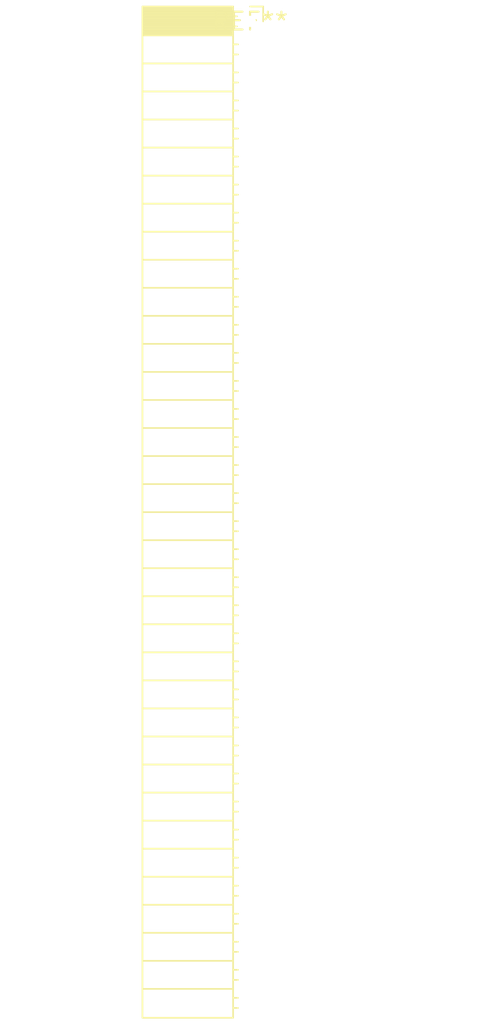
<source format=kicad_pcb>
(kicad_pcb (version 20240108) (generator pcbnew)
  (layers (0 "F.Cu" signal) (31 "B.Cu" signal) (34 "B.Paste" user) (35 "F.Paste" user) (36 "B.SilkS" user "B.Silkscreen") (37 "F.SilkS" user "F.Silkscreen") (38 "B.Mask" user) (39 "F.Mask" user) (44 "Edge.Cuts" user))
  (net 0 "")
  (footprint "PinSocket_1x36_P2.00mm_Horizontal" (layer "F.Cu") (at 0 0)
    (property "Reference" "REF**")
    (property "Value" "PinSocket_1x36_P2.00mm_Horizontal")
    (fp_line (start -7.68 -1.06) (end -7.68 71.06) (layer "F.SilkS") (stroke (width 0.12)))
    (fp_line (start -7.68 -1.06) (end -1.21 -1.06) (layer "F.SilkS") (stroke (width 0.12)))
    (fp_line (start -7.68 -0.94) (end -1.21 -0.94) (layer "F.SilkS") (stroke (width 0.12)))
    (fp_line (start -7.68 -0.825882) (end -1.21 -0.825882) (layer "F.SilkS") (stroke (width 0.12)))
    (fp_line (start -7.68 -0.711764) (end -1.21 -0.711764) (layer "F.SilkS") (stroke (width 0.12)))
    (fp_line (start -7.68 -0.597646) (end -1.21 -0.597646) (layer "F.SilkS") (stroke (width 0.12)))
    (fp_line (start -7.68 -0.483528) (end -1.21 -0.483528) (layer "F.SilkS") (stroke (width 0.12)))
    (fp_line (start -7.68 -0.36941) (end -1.21 -0.36941) (layer "F.SilkS") (stroke (width 0.12)))
    (fp_line (start -7.68 -0.255292) (end -1.21 -0.255292) (layer "F.SilkS") (stroke (width 0.12)))
    (fp_line (start -7.68 -0.141174) (end -1.21 -0.141174) (layer "F.SilkS") (stroke (width 0.12)))
    (fp_line (start -7.68 -0.027056) (end -1.21 -0.027056) (layer "F.SilkS") (stroke (width 0.12)))
    (fp_line (start -7.68 0.087062) (end -1.21 0.087062) (layer "F.SilkS") (stroke (width 0.12)))
    (fp_line (start -7.68 0.20118) (end -1.21 0.20118) (layer "F.SilkS") (stroke (width 0.12)))
    (fp_line (start -7.68 0.315298) (end -1.21 0.315298) (layer "F.SilkS") (stroke (width 0.12)))
    (fp_line (start -7.68 0.429416) (end -1.21 0.429416) (layer "F.SilkS") (stroke (width 0.12)))
    (fp_line (start -7.68 0.543534) (end -1.21 0.543534) (layer "F.SilkS") (stroke (width 0.12)))
    (fp_line (start -7.68 0.657652) (end -1.21 0.657652) (layer "F.SilkS") (stroke (width 0.12)))
    (fp_line (start -7.68 0.77177) (end -1.21 0.77177) (layer "F.SilkS") (stroke (width 0.12)))
    (fp_line (start -7.68 0.885888) (end -1.21 0.885888) (layer "F.SilkS") (stroke (width 0.12)))
    (fp_line (start -7.68 1) (end -1.21 1) (layer "F.SilkS") (stroke (width 0.12)))
    (fp_line (start -7.68 3) (end -1.21 3) (layer "F.SilkS") (stroke (width 0.12)))
    (fp_line (start -7.68 5) (end -1.21 5) (layer "F.SilkS") (stroke (width 0.12)))
    (fp_line (start -7.68 7) (end -1.21 7) (layer "F.SilkS") (stroke (width 0.12)))
    (fp_line (start -7.68 9) (end -1.21 9) (layer "F.SilkS") (stroke (width 0.12)))
    (fp_line (start -7.68 11) (end -1.21 11) (layer "F.SilkS") (stroke (width 0.12)))
    (fp_line (start -7.68 13) (end -1.21 13) (layer "F.SilkS") (stroke (width 0.12)))
    (fp_line (start -7.68 15) (end -1.21 15) (layer "F.SilkS") (stroke (width 0.12)))
    (fp_line (start -7.68 17) (end -1.21 17) (layer "F.SilkS") (stroke (width 0.12)))
    (fp_line (start -7.68 19) (end -1.21 19) (layer "F.SilkS") (stroke (width 0.12)))
    (fp_line (start -7.68 21) (end -1.21 21) (layer "F.SilkS") (stroke (width 0.12)))
    (fp_line (start -7.68 23) (end -1.21 23) (layer "F.SilkS") (stroke (width 0.12)))
    (fp_line (start -7.68 25) (end -1.21 25) (layer "F.SilkS") (stroke (width 0.12)))
    (fp_line (start -7.68 27) (end -1.21 27) (layer "F.SilkS") (stroke (width 0.12)))
    (fp_line (start -7.68 29) (end -1.21 29) (layer "F.SilkS") (stroke (width 0.12)))
    (fp_line (start -7.68 31) (end -1.21 31) (layer "F.SilkS") (stroke (width 0.12)))
    (fp_line (start -7.68 33) (end -1.21 33) (layer "F.SilkS") (stroke (width 0.12)))
    (fp_line (start -7.68 35) (end -1.21 35) (layer "F.SilkS") (stroke (width 0.12)))
    (fp_line (start -7.68 37) (end -1.21 37) (layer "F.SilkS") (stroke (width 0.12)))
    (fp_line (start -7.68 39) (end -1.21 39) (layer "F.SilkS") (stroke (width 0.12)))
    (fp_line (start -7.68 41) (end -1.21 41) (layer "F.SilkS") (stroke (width 0.12)))
    (fp_line (start -7.68 43) (end -1.21 43) (layer "F.SilkS") (stroke (width 0.12)))
    (fp_line (start -7.68 45) (end -1.21 45) (layer "F.SilkS") (stroke (width 0.12)))
    (fp_line (start -7.68 47) (end -1.21 47) (layer "F.SilkS") (stroke (width 0.12)))
    (fp_line (start -7.68 49) (end -1.21 49) (layer "F.SilkS") (stroke (width 0.12)))
    (fp_line (start -7.68 51) (end -1.21 51) (layer "F.SilkS") (stroke (width 0.12)))
    (fp_line (start -7.68 53) (end -1.21 53) (layer "F.SilkS") (stroke (width 0.12)))
    (fp_line (start -7.68 55) (end -1.21 55) (layer "F.SilkS") (stroke (width 0.12)))
    (fp_line (start -7.68 57) (end -1.21 57) (layer "F.SilkS") (stroke (width 0.12)))
    (fp_line (start -7.68 59) (end -1.21 59) (layer "F.SilkS") (stroke (width 0.12)))
    (fp_line (start -7.68 61) (end -1.21 61) (layer "F.SilkS") (stroke (width 0.12)))
    (fp_line (start -7.68 63) (end -1.21 63) (layer "F.SilkS") (stroke (width 0.12)))
    (fp_line (start -7.68 65) (end -1.21 65) (layer "F.SilkS") (stroke (width 0.12)))
    (fp_line (start -7.68 67) (end -1.21 67) (layer "F.SilkS") (stroke (width 0.12)))
    (fp_line (start -7.68 69) (end -1.21 69) (layer "F.SilkS") (stroke (width 0.12)))
    (fp_line (start -7.68 71.06) (end -1.21 71.06) (layer "F.SilkS") (stroke (width 0.12)))
    (fp_line (start -1.21 -1.06) (end -1.21 71.06) (layer "F.SilkS") (stroke (width 0.12)))
    (fp_line (start -1.21 -0.36) (end -0.935 -0.36) (layer "F.SilkS") (stroke (width 0.12)))
    (fp_line (start -1.21 0.36) (end -0.935 0.36) (layer "F.SilkS") (stroke (width 0.12)))
    (fp_line (start -1.21 1.64) (end -0.862917 1.64) (layer "F.SilkS") (stroke (width 0.12)))
    (fp_line (start -1.21 2.36) (end -0.862917 2.36) (layer "F.SilkS") (stroke (width 0.12)))
    (fp_line (start -1.21 3.64) (end -0.862917 3.64) (layer "F.SilkS") (stroke (width 0.12)))
    (fp_line (start -1.21 4.36) (end -0.862917 4.36) (layer "F.SilkS") (stroke (width 0.12)))
    (fp_line (start -1.21 5.64) (end -0.862917 5.64) (layer "F.SilkS") (stroke (width 0.12)))
    (fp_line (start -1.21 6.36) (end -0.862917 6.36) (layer "F.SilkS") (stroke (width 0.12)))
    (fp_line (start -1.21 7.64) (end -0.862917 7.64) (layer "F.SilkS") (stroke (width 0.12)))
    (fp_line (start -1.21 8.36) (end -0.862917 8.36) (layer "F.SilkS") (stroke (width 0.12)))
    (fp_line (start -1.21 9.64) (end -0.862917 9.64) (layer "F.SilkS") (stroke (width 0.12)))
    (fp_line (start -1.21 10.36) (end -0.862917 10.36) (layer "F.SilkS") (stroke (width 0.12)))
    (fp_line (start -1.21 11.64) (end -0.862917 11.64) (layer "F.SilkS") (stroke (width 0.12)))
    (fp_line (start -1.21 12.36) (end -0.862917 12.36) (layer "F.SilkS") (stroke (width 0.12)))
    (fp_line (start -1.21 13.64) (end -0.862917 13.64) (layer "F.SilkS") (stroke (width 0.12)))
    (fp_line (start -1.21 14.36) (end -0.862917 14.36) (layer "F.SilkS") (stroke (width 0.12)))
    (fp_line (start -1.21 15.64) (end -0.862917 15.64) (layer "F.SilkS") (stroke (width 0.12)))
    (fp_line (start -1.21 16.36) (end -0.862917 16.36) (layer "F.SilkS") (stroke (width 0.12)))
    (fp_line (start -1.21 17.64) (end -0.862917 17.64) (layer "F.SilkS") (stroke (width 0.12)))
    (fp_line (start -1.21 18.36) (end -0.862917 18.36) (layer "F.SilkS") (stroke (width 0.12)))
    (fp_line (start -1.21 19.64) (end -0.862917 19.64) (layer "F.SilkS") (stroke (width 0.12)))
    (fp_line (start -1.21 20.36) (end -0.862917 20.36) (layer "F.SilkS") (stroke (width 0.12)))
    (fp_line (start -1.21 21.64) (end -0.862917 21.64) (layer "F.SilkS") (stroke (width 0.12)))
    (fp_line (start -1.21 22.36) (end -0.862917 22.36) (layer "F.SilkS") (stroke (width 0.12)))
    (fp_line (start -1.21 23.64) (end -0.862917 23.64) (layer "F.SilkS") (stroke (width 0.12)))
    (fp_line (start -1.21 24.36) (end -0.862917 24.36) (layer "F.SilkS") (stroke (width 0.12)))
    (fp_line (start -1.21 25.64) (end -0.862917 25.64) (layer "F.SilkS") (stroke (width 0.12)))
    (fp_line (start -1.21 26.36) (end -0.862917 26.36) (layer "F.SilkS") (stroke (width 0.12)))
    (fp_line (start -1.21 27.64) (end -0.862917 27.64) (layer "F.SilkS") (stroke (width 0.12)))
    (fp_line (start -1.21 28.36) (end -0.862917 28.36) (layer "F.SilkS") (stroke (width 0.12)))
    (fp_line (start -1.21 29.64) (end -0.862917 29.64) (layer "F.SilkS") (stroke (width 0.12)))
    (fp_line (start -1.21 30.36) (end -0.862917 30.36) (layer "F.SilkS") (stroke (width 0.12)))
    (fp_line (start -1.21 31.64) (end -0.862917 31.64) (layer "F.SilkS") (stroke (width 0.12)))
    (fp_line (start -1.21 32.36) (end -0.862917 32.36) (layer "F.SilkS") (stroke (width 0.12)))
    (fp_line (start -1.21 33.64) (end -0.862917 33.64) (layer "F.SilkS") (stroke (width 0.12)))
    (fp_line (start -1.21 34.36) (end -0.862917 34.36) (layer "F.SilkS") (stroke (width 0.12)))
    (fp_line (start -1.21 35.64) (end -0.862917 35.64) (layer "F.SilkS") (stroke (width 0.12)))
    (fp_line (start -1.21 36.36) (end -0.862917 36.36) (layer "F.SilkS") (stroke (width 0.12)))
    (fp_line (start -1.21 37.64) (end -0.862917 37.64) (layer "F.SilkS") (stroke (width 0.12)))
    (fp_line (start -1.21 38.36) (end -0.862917 38.36) (layer "F.SilkS") (stroke (width 0.12)))
    (fp_line (start -1.21 39.64) (end -0.862917 39.64) (layer "F.SilkS") (stroke (width 0.12)))
    (fp_line (start -1.21 40.36) (end -0.862917 40.36) (layer "F.SilkS") (stroke (width 0.12)))
    (fp_line (start -1.21 41.64) (end -0.862917 41.64) (layer "F.SilkS") (stroke (width 0.12)))
    (fp_line (start -1.21 42.36) (end -0.862917 42.36) (layer "F.SilkS") (stroke (width 0.12)))
    (fp_line (start -1.21 43.64) (end -0.862917 43.64) (layer "F.SilkS") (stroke (width 0.12)))
    (fp_line (start -1.21 44.36) (end -0.862917 44.36) (layer "F.SilkS") (stroke (width 0.12)))
    (fp_line (start -1.21 45.64) (end -0.862917 45.64) (layer "F.SilkS") (stroke (width 0.12)))
    (fp_line (start -1.21 46.36) (end -0.862917 46.36) (layer "F.SilkS") (stroke (width 0.12)))
    (fp_line (start -1.21 47.64) (end -0.862917 47.64) (layer "F.SilkS") (stroke (width 0.12)))
    (fp_line (start -1.21 48.36) (end -0.862917 48.36) (layer "F.SilkS") (stroke (width 0.12)))
    (fp_line (start -1.21 49.64) (end -0.862917 49.64) (layer "F.SilkS") (stroke (width 0.12)))
    (fp_line (start -1.21 50.36) (end -0.862917 50.36) (layer "F.SilkS") (stroke (width 0.12)))
    (fp_line (start -1.21 51.64) (end -0.862917 51.64) (layer "F.SilkS") (stroke (width 0.12)))
    (fp_line (start -1.21 52.36) (end -0.862917 52.36) (layer "F.SilkS") (stroke (width 0.12)))
    (fp_line (start -1.21 53.64) (end -0.862917 53.64) (layer "F.SilkS") (stroke (width 0.12)))
    (fp_line (start -1.21 54.36) (end -0.862917 54.36) (layer "F.SilkS") (stroke (width 0.12)))
    (fp_line (start -1.21 55.64) (end -0.862917 55.64) (layer "F.SilkS") (stroke (width 0.12)))
    (fp_line (start -1.21 56.36) (end -0.862917 56.36) (layer "F.SilkS") (stroke (width 0.12)))
    (fp_line (start -1.21 57.64) (end -0.862917 57.64) (layer "F.SilkS") (stroke (width 0.12)))
    (fp_line (start -1.21 58.36) (end -0.862917 58.36) (layer "F.SilkS") (stroke (width 0.12)))
    (fp_line (start -1.21 59.64) (end -0.862917 59.64) (layer "F.SilkS") (stroke (width 0.12)))
    (fp_line (start -1.21 60.36) (end -0.862917 60.36) (layer "F.SilkS") (stroke (width 0.12)))
    (fp_line (start -1.21 61.64) (end -0.862917 61.64) (layer "F.SilkS") (stroke (width 0.12)))
    (fp_line (start -1.21 62.36) (end -0.862917 62.36) (layer "F.SilkS") (stroke (width 0.12)))
    (fp_line (start -1.21 63.64) (end -0.862917 63.64) (layer "F.SilkS") (stroke (width 0.12)))
    (fp_line (start -1.21 64.36) (end -0.862917 64.36) (layer "F.SilkS") (stroke (width 0.12)))
    (fp_line (start -1.21 65.64) (end -0.862917 65.64) (layer "F.SilkS") (stroke (width 0.12)))
    (fp_line (start -1.21 66.36) (end -0.862917 66.36) (layer "F.SilkS") (stroke (width 0.12)))
    (fp_line (start -1.21 67.64) (end -0.862917 67.64) (layer "F.SilkS") (stroke (width 0.12)))
    (fp_line (start -1.21 68.36) (end -0.862917 68.36) (layer "F.SilkS") (stroke (width 0.12)))
    (fp_line (start -1.21 69.64) (end -0.862917 69.64) (layer "F.SilkS") (stroke (width 0.12)))
    (fp_line (start -1.21 70.36) (end -0.862917 70.36) (layer "F.SilkS") (stroke (width 0.12)))
    (fp_line (start 0 -1.06) (end 0.935 -1.06) (layer "F.SilkS") (stroke (width 0.12)))
    (fp_line (start 0.935 -1.06) (end 0.935 0) (layer "F.SilkS") (stroke (width 0.12)))
    (pad "1" thru_hole rect (at 0 0) (size 1.35 1.35) (drill 0.8) (layers *.Cu *.Mask) (remove_unused_layers))
    (pad "2" thru_hole oval (at 0 2) (size 1.35 1.35) (drill 0.8) (layers *.Cu *.Mask) (remove_unused_layers))
    (pad "3" thru_hole oval (at 0 4) (size 1.35 1.35) (drill 0.8) (layers *.Cu *.Mask) (remove_unused_layers))
    (pad "4" thru_hole oval (at 0 6) (size 1.35 1.35) (drill 0.8) (layers *.Cu *.Mask) (remove_unused_layers))
    (pad "5" thru_hole oval (at 0 8) (size 1.35 1.35) (drill 0.8) (layers *.Cu *.Mask) (remove_unused_layers))
    (pad "6" thru_hole oval (at 0 10) (size 1.35 1.35) (drill 0.8) (layers *.Cu *.Mask) (remove_unused_layers))
    (pad "7" thru_hole oval (at 0 12) (size 1.35 1.35) (drill 0.8) (layers *.Cu *.Mask) (remove_unused_layers))
    (pad "8" thru_hole oval (at 0 14) (size 1.35 1.35) (drill 0.8) (layers *.Cu *.Mask) (remove_unused_layers))
    (pad "9" thru_hole oval (at 0 16) (size 1.35 1.35) (drill 0.8) (layers *.Cu *.Mask) (remove_unused_layers))
    (pad "10" thru_hole oval (at 0 18) (size 1.35 1.35) (drill 0.8) (layers *.Cu *.Mask) (remove_unused_layers))
    (pad "11" thru_hole oval (at 0 20) (size 1.35 1.35) (drill 0.8) (layers *.Cu *.Mask) (remove_unused_layers))
    (pad "12" thru_hole oval (at 0 22) (size 1.35 1.35) (drill 0.8) (layers *.Cu *.Mask) (remove_unused_layers))
    (pad "13" thru_hole oval (at 0 24) (size 1.35 1.35) (drill 0.8) (layers *.Cu *.Mask) (remove_unused_layers))
    (pad "14" thru_hole oval (at 0 26) (size 1.35 1.35) (drill 0.8) (layers *.Cu *.Mask) (remove_unused_layers))
    (pad "15" thru_hole oval (at 0 28) (size 1.35 1.35) (drill 0.8) (layers *.Cu *.Mask) (remove_unused_layers))
    (pad "16" thru_hole oval (at 0 30) (size 1.35 1.35) (drill 0.8) (layers *.Cu *.Mask) (remove_unused_layers))
    (pad "17" thru_hole oval (at 0 32) (size 1.35 1.35) (drill 0.8) (layers *.Cu *.Mask) (remove_unused_layers))
    (pad "18" thru_hole oval (at 0 34) (size 1.35 1.35) (drill 0.8) (layers *.Cu *.Mask) (remove_unused_layers))
    (pad "19" thru_hole oval (at 0 36) (size 1.35 1.35) (drill 0.8) (layers *.Cu *.Mask) (remove_unused_layers))
    (pad "20" thru_hole oval (at 0 38) (size 1.35 1.35) (drill 0.8) (layers *.Cu *.Mask) (remove_unused_layers))
    (pad "21" thru_hole oval (at 0 40) (size 1.35 1.35) (drill 0.8) (layers *.Cu *.Mask) (remove_unused_layers))
    (pad "22" thru_hole oval (at 0 42) (size 1.35 1.35) (drill 0.8) (layers *.Cu *.Mask) (remove_unused_layers))
    (pad "23" thru_hole oval (at 0 44) (size 1.35 1.35) (drill 0.8) (layers *.Cu *.Mask) (remove_unused_layers))
    (pad "24" thru_hole oval (at 0 46) (size 1.35 1.35) (drill 0.8) (layers *.Cu *.Mask) (remove_unused_layers))
    (pad "25" thru_hole oval (at 0 48) (size 1.35 1.35) (drill 0.8) (layers *.Cu *.Mask) (remove_unused_layers))
    (pad "26" thru_hole oval (at 0 50) (size 1.35 1.35) (drill 0.8) (layers *.Cu *.Mask) (remove_unused_layers))
    (pad "27" thru_hole oval (at 0 52) (size 1.35 1.35) (drill 0.8) (layers *.Cu *.Mask) (remove_unused_layers))
    (pad "28" thru_hole oval (at 0 54) (size 1.35 1.35) (drill 0.8) (layers *.Cu *.Mask) (remove_unused_layers))
    (pad "29" thru_hole oval (at 0 56) (size 1.35 1.35) (drill 0.8) (layers *.Cu *.Mask) (remove_unused_layers))
    (pad "30" thru_hole oval (at 0 58) (size 1.35 1.35) (drill 0.8) (layers *.Cu *.Mask) (remove_unused_layers))
    (pad "31" thru_hole oval (at 0 60) (size 1.35 1.35) (drill 0.8) (layers *.Cu *.Mask) (remove_unused_layers))
    (pad "32" thru_hole oval (at 0 62) (size 1.35 1.35) (drill 0.8) (layers *.Cu *.Mask) (remove_unused_layers))
    (pad "33" thru_hole oval (at 0 64) (size 1.35 1.35) (drill 0.8) (layers *.Cu *.Mask) (remove_unused_layers))
    (pad "34" thru_hole oval (at 0 66) (size 1.35 1.35) (drill 0.8) (layers *.Cu *.Mask) (remove_unused_layers))
    (pad "35" thru_hole oval (at 0 68) (size 1.35 1.35) (drill 0.8) (layers *.Cu *.Mask) (remove_unused_layers))
    (pad "36" thru_hole oval (at 0 70) (size 1.35 1.35) (drill 0.8) (layers *.Cu *.Mask) (remove_unused_layers))
  )
)
</source>
